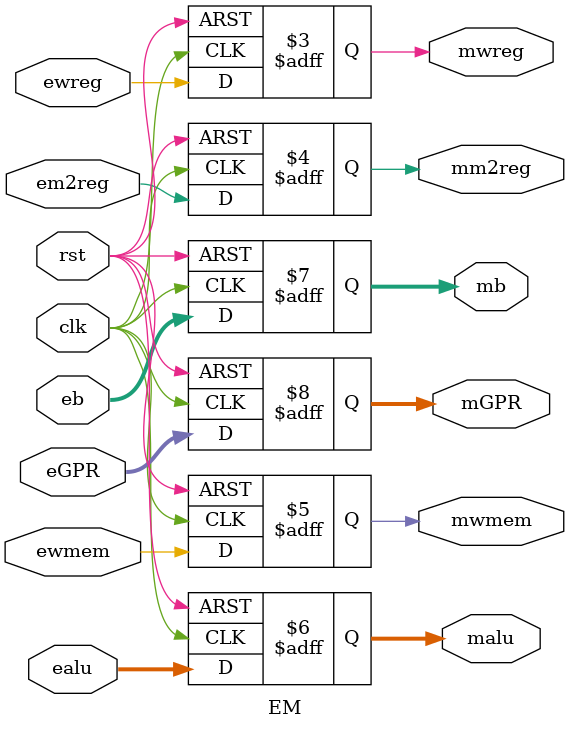
<source format=v>
module EM(clk,rst,ewreg,em2reg,ewmem,ealu,eb,eGPR,mwreg,mm2reg,mwmem,malu,mb,mGPR);

input clk,rst,ewreg,em2reg,ewmem;
input [31:0] ealu,eb;
input [4:0] eGPR;

output mwreg,mm2reg,mwmem;
output [31:0] malu,mb;
output [4:0] mGPR;

reg mwreg,mm2reg,mwmem;
reg [31:0] malu,mb;
reg [4:0] mGPR;

always @(negedge rst or posedge clk) begin
if(rst==0)
begin
mwreg<=0; mm2reg<=0;
mwmem<=0; malu<=0;
mb<=0; mGPR<=0;
end
else
begin
mwreg<=ewreg; mm2reg<=em2reg;
mwmem<=ewmem; malu<=ealu;
mb<=eb; mGPR<=eGPR;
end
 end  //end always

endmodule

</source>
